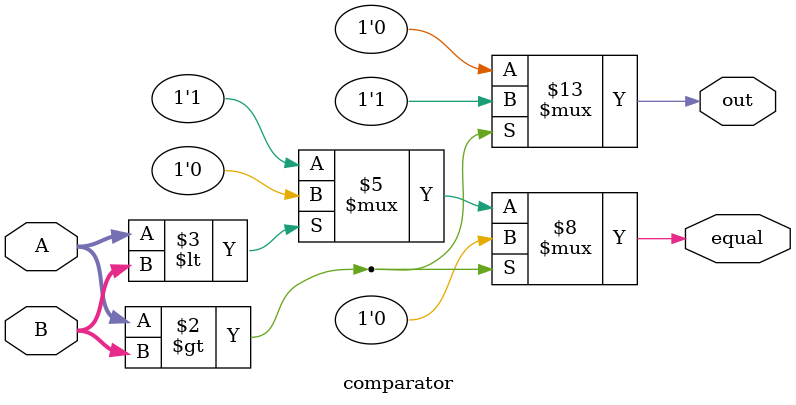
<source format=v>
`timescale 1ns / 1ps

module comparator(A, B, out, equal);
input [7:0]A;
input [7:0]B;
output reg out;
output reg equal;
always @ (*) begin
    if (A > B) begin
        out <= 1;
        equal <= 0;
    end else if (A < B) begin
        out <= 0;
        equal <= 0;
    end else begin
        out <= 0;
        equal <= 1;
    end
end
endmodule

</source>
